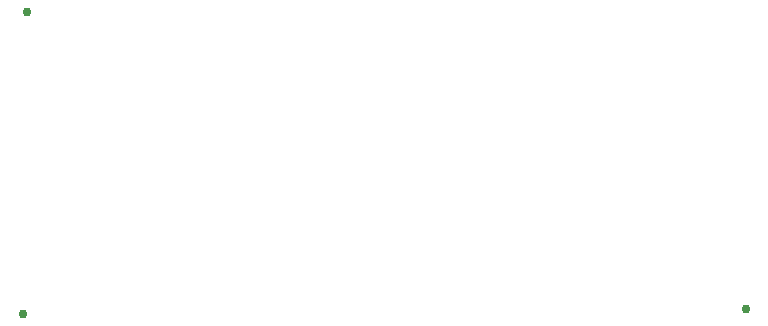
<source format=gbr>
G04 #@! TF.GenerationSoftware,KiCad,Pcbnew,(7.0.0)*
G04 #@! TF.CreationDate,2023-03-01T15:25:45+01:00*
G04 #@! TF.ProjectId,VR-Shield,56522d53-6869-4656-9c64-2e6b69636164,v02*
G04 #@! TF.SameCoordinates,Original*
G04 #@! TF.FileFunction,Other,ECO1*
%FSLAX46Y46*%
G04 Gerber Fmt 4.6, Leading zero omitted, Abs format (unit mm)*
G04 Created by KiCad (PCBNEW (7.0.0)) date 2023-03-01 15:25:45*
%MOMM*%
%LPD*%
G01*
G04 APERTURE LIST*
%ADD10C,0.750000*%
G04 APERTURE END LIST*
D10*
G04 #@! TO.C,FID\u002A\u002A*
X76454000Y-40767000D03*
G04 #@! TD*
G04 #@! TO.C,FID\u002A\u002A*
X15240000Y-41148000D03*
G04 #@! TD*
G04 #@! TO.C,FID\u002A\u002A*
X15621000Y-15621000D03*
G04 #@! TD*
M02*

</source>
